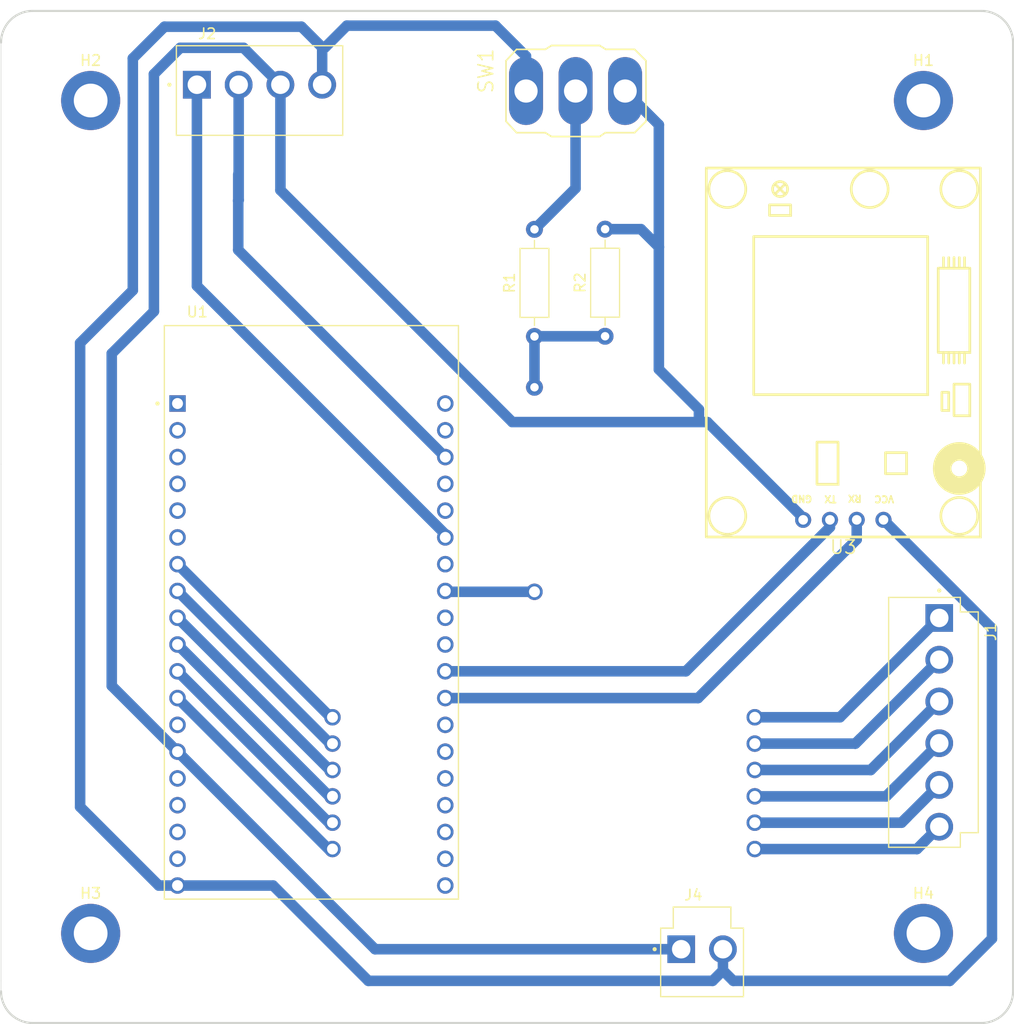
<source format=kicad_pcb>
(kicad_pcb (version 20240108) (generator "pcbnew") (generator_version "8.0")
  (layers (0 "F.Cu" signal) (31 "B.Cu" signal) (34 "B.Paste" user) (35 "F.Paste" user) (36 "B.SilkS" user "B.Silkscreen") (37 "F.SilkS" user "F.Silkscreen") (38 "B.Mask" user) (39 "F.Mask" user) (44 "Edge.Cuts" user))
  (net 0 "")
  (net 3 "PMW-B")
  (net 7 "enable")
  (net 12 "IN1-A")
  (net 14 "IN2-A")
  (net 17 "PMW-A")
  (net 18 "IN3-B")
  (net 19 "IN4-B")
  (net 22 "SDA")
  (net 26 "SCL")
  (net 29 "GPS-TX")
  (net 31 "GPS-RX")
  (net 33 "TX-HC_05")
  (net 35 "RX-HC_05")
  (net 36 "VCC")
  (net 37 "GND")
  (net 42 "Net-(R1-Pad2)")
  (net 43 "sinal_controle")
  (footprint "" (layer "F.Cu") (at 125.6 107.1)
    (property "Reference" "" (at 0 0 0) (layer "F.SilkS") (effects (font (size 1.27 1.27))))
    (property "Value" "")
    (pad "J3-8" thru_hole circle (at 0 0) (size 1.56 1.56) (drill 1.04) (layers "*.Cu" "*.Mask") (net 43 "sinal_controle"))
  )
  (footprint "MountingHole:MountingHole_3.2mm_M3_DIN965_Pad" (layer "F.Cu") (at 83.5 60.5)
    (property "Reference" "H2" (at 0 -3.8 0) (layer "F.SilkS"))
    (property "Value" "MountingHole_Pad")
    (pad "1" thru_hole circle (at 0 0) (size 5.6 5.6) (drill 3.2) (layers "*.Cu" "*.Mask"))
  )
  (footprint "" (layer "F.Cu") (at 146.5 126.5)
    (property "Reference" "" (at 0 0 0) (layer "F.SilkS") (effects (font (size 1.27 1.27))))
    (property "Value" "")
    (pad "J2-10" thru_hole circle (at 0 0) (size 1.56 1.56) (drill 1.04) (layers "*.Cu" "*.Mask") (net 14 "IN2-A"))
  )
  (footprint "" (layer "F.Cu") (at 106.44 126.5)
    (property "Reference" "" (at 0 0 0) (layer "F.SilkS") (effects (font (size 1.27 1.27))))
    (property "Value" "")
    (pad "J2-10" thru_hole circle (at 0 0) (size 1.56 1.56) (drill 1.04) (layers "*.Cu" "*.Mask") (net 14 "IN2-A"))
  )
  (footprint "" (layer "F.Cu") (at 146.5 121.5)
    (property "Reference" "" (at 0 0 0) (layer "F.SilkS") (effects (font (size 1.27 1.27))))
    (property "Value" "")
    (pad "J2-8" thru_hole circle (at 0 0) (size 1.56 1.56) (drill 1.04) (layers "*.Cu" "*.Mask") (net 3 "PMW-B"))
  )
  (footprint "MountingHole:MountingHole_3.2mm_M3_DIN965_Pad" (layer "F.Cu") (at 162.5 60.5)
    (property "Reference" "H1" (at 0 -3.8 0) (layer "F.SilkS"))
    (property "Value" "MountingHole_Pad")
    (pad "1" thru_hole circle (at 0 0) (size 5.6 5.6) (drill 3.2) (layers "*.Cu" "*.Mask"))
  )
  (footprint "" (layer "F.Cu") (at 106.44 131.5)
    (property "Reference" "" (at 0 0 0) (layer "F.SilkS") (effects (font (size 1.27 1.27))))
    (property "Value" "")
    (pad "J2-12" thru_hole circle (at 0 0) (size 1.56 1.56) (drill 1.04) (layers "*.Cu" "*.Mask") (net 19 "IN4-B"))
  )
  (footprint "MountingHole:MountingHole_3.2mm_M3_DIN965_Pad" (layer "F.Cu") (at 162.5 139.5)
    (property "Reference" "H4" (at 0 -3.8 0) (layer "F.SilkS"))
    (property "Value" "MountingHole_Pad")
    (pad "1" thru_hole circle (at 0 0) (size 5.6 5.6) (drill 3.2) (layers "*.Cu" "*.Mask"))
  )
  (footprint "importados:MODULE_ESP32-DEVKITC-32D" (layer "F.Cu") (at 104.44 109)
    (property "Reference" "U1" (at -10.829175 -28.446045 0) (layer "F.SilkS") (effects (font (size 1.000386 1.000386))))
    (property "Value" "ESP32-DEVKITC-32D")
    (fp_line (start -13.95 -27.15) (end 13.95 -27.15) (stroke (width 0.127)) (layer "F.SilkS"))
    (fp_line (start -13.95 27.25) (end -13.95 -27.15) (stroke (width 0.127)) (layer "F.SilkS"))
    (fp_line (start 13.95 -27.15) (end 13.95 27.25) (stroke (width 0.127)) (layer "F.SilkS"))
    (fp_line (start 13.95 27.25) (end -13.95 27.25) (stroke (width 0.127)) (layer "F.SilkS"))
    (fp_circle (center -14.6 -19.76) (end -14.5 -19.76) (stroke (width 0.2)) (fill none) (layer "F.SilkS"))
    (pad "J2-1" thru_hole rect (at -12.7 -19.76) (size 1.56 1.56) (drill 1.04) (layers "*.Cu" "*.Mask"))
    (pad "J2-2" thru_hole circle (at -12.7 -17.22) (size 1.56 1.56) (drill 1.04) (layers "*.Cu" "*.Mask"))
    (pad "J2-3" thru_hole circle (at -12.7 -14.68) (size 1.56 1.56) (drill 1.04) (layers "*.Cu" "*.Mask"))
    (pad "J2-4" thru_hole circle (at -12.7 -12.14) (size 1.56 1.56) (drill 1.04) (layers "*.Cu" "*.Mask"))
    (pad "J2-5" thru_hole circle (at -12.7 -9.6) (size 1.56 1.56) (drill 1.04) (layers "*.Cu" "*.Mask"))
    (pad "J2-6" thru_hole circle (at -12.7 -7.06) (size 1.56 1.56) (drill 1.04) (layers "*.Cu" "*.Mask"))
    (pad "J2-7" thru_hole circle (at -12.7 -4.52) (size 1.56 1.56) (drill 1.04) (layers "*.Cu" "*.Mask") (net 17 "PMW-A"))
    (pad "J2-8" thru_hole circle (at -12.7 -1.98) (size 1.56 1.56) (drill 1.04) (layers "*.Cu" "*.Mask") (net 3 "PMW-B"))
    (pad "J2-9" thru_hole circle (at -12.7 0.56) (size 1.56 1.56) (drill 1.04) (layers "*.Cu" "*.Mask") (net 12 "IN1-A"))
    (pad "J2-10" thru_hole circle (at -12.7 3.1) (size 1.56 1.56) (drill 1.04) (layers "*.Cu" "*.Mask") (net 14 "IN2-A"))
    (pad "J2-11" thru_hole circle (at -12.7 5.64) (size 1.56 1.56) (drill 1.04) (layers "*.Cu" "*.Mask") (net 18 "IN3-B"))
    (pad "J2-12" thru_hole circle (at -12.7 8.18) (size 1.56 1.56) (drill 1.04) (layers "*.Cu" "*.Mask") (net 19 "IN4-B"))
    (pad "J2-13" thru_hole circle (at -12.7 10.72) (size 1.56 1.56) (drill 1.04) (layers "*.Cu" "*.Mask"))
    (pad "J2-14" thru_hole circle (at -12.7 13.26) (size 1.56 1.56) (drill 1.04) (layers "*.Cu" "*.Mask") (net 37 "GND"))
    (pad "J2-15" thru_hole circle (at -12.7 15.8) (size 1.56 1.56) (drill 1.04) (layers "*.Cu" "*.Mask"))
    (pad "J2-16" thru_hole circle (at -12.7 18.34) (size 1.56 1.56) (drill 1.04) (layers "*.Cu" "*.Mask"))
    (pad "J2-17" thru_hole circle (at -12.7 20.88) (size 1.56 1.56) (drill 1.04) (layers "*.Cu" "*.Mask"))
    (pad "J2-18" thru_hole circle (at -12.7 23.42) (size 1.56 1.56) (drill 1.04) (layers "*.Cu" "*.Mask"))
    (pad "J2-19" thru_hole circle (at -12.7 25.96) (size 1.56 1.56) (drill 1.04) (layers "*.Cu" "*.Mask") (net 36 "VCC"))
    (pad "J3-1" thru_hole circle (at 12.7 -19.76) (size 1.56 1.56) (drill 1.04) (layers "*.Cu" "*.Mask"))
    (pad "J3-2" thru_hole circle (at 12.7 -17.22) (size 1.56 1.56) (drill 1.04) (layers "*.Cu" "*.Mask") (net 7 "enable"))
    (pad "J3-3" thru_hole circle (at 12.7 -14.68) (size 1.56 1.56) (drill 1.04) (layers "*.Cu" "*.Mask") (net 26 "SCL"))
    (pad "J3-4" thru_hole circle (at 12.7 -12.14) (size 1.56 1.56) (drill 1.04) (layers "*.Cu" "*.Mask") (net 35 "RX-HC_05"))
    (pad "J3-5" thru_hole circle (at 12.7 -9.6) (size 1.56 1.56) (drill 1.04) (layers "*.Cu" "*.Mask") (net 33 "TX-HC_05"))
    (pad "J3-6" thru_hole circle (at 12.7 -7.06) (size 1.56 1.56) (drill 1.04) (layers "*.Cu" "*.Mask") (net 22 "SDA"))
    (pad "J3-7" thru_hole circle (at 12.7 -4.52) (size 1.56 1.56) (drill 1.04) (layers "*.Cu" "*.Mask"))
    (pad "J3-8" thru_hole circle (at 12.7 -1.98) (size 1.56 1.56) (drill 1.04) (layers "*.Cu" "*.Mask") (net 43 "sinal_controle"))
    (pad "J3-9" thru_hole circle (at 12.7 0.56) (size 1.56 1.56) (drill 1.04) (layers "*.Cu" "*.Mask"))
    (pad "J3-10" thru_hole circle (at 12.7 3.1) (size 1.56 1.56) (drill 1.04) (layers "*.Cu" "*.Mask"))
    (pad "J3-11" thru_hole circle (at 12.7 5.64) (size 1.56 1.56) (drill 1.04) (layers "*.Cu" "*.Mask") (net 31 "GPS-RX"))
    (pad "J3-12" thru_hole circle (at 12.7 8.18) (size 1.56 1.56) (drill 1.04) (layers "*.Cu" "*.Mask") (net 29 "GPS-TX"))
    (pad "J3-13" thru_hole circle (at 12.7 10.72) (size 1.56 1.56) (drill 1.04) (layers "*.Cu" "*.Mask"))
    (pad "J3-14" thru_hole circle (at 12.7 13.26) (size 1.56 1.56) (drill 1.04) (layers "*.Cu" "*.Mask"))
    (pad "J3-15" thru_hole circle (at 12.7 15.8) (size 1.56 1.56) (drill 1.04) (layers "*.Cu" "*.Mask"))
    (pad "J3-16" thru_hole circle (at 12.7 18.34) (size 1.56 1.56) (drill 1.04) (layers "*.Cu" "*.Mask"))
    (pad "J3-17" thru_hole circle (at 12.7 20.88) (size 1.56 1.56) (drill 1.04) (layers "*.Cu" "*.Mask"))
    (pad "J3-18" thru_hole circle (at 12.7 23.42) (size 1.56 1.56) (drill 1.04) (layers "*.Cu" "*.Mask"))
    (pad "J3-19" thru_hole circle (at 12.7 25.96) (size 1.56 1.56) (drill 1.04) (layers "*.Cu" "*.Mask"))
  )
  (footprint "importados:JST_B6P-VH_LF__SN_" (layer "F.Cu") (at 164 119.48 -90)
    (property "Reference" "J1" (at -8.575 -4.885 90) (layer "F.SilkS"))
    (property "Value" "PONTE-H")
    (fp_line (start -11.85 4.8) (end -11.85 -2) (stroke (width 0.127)) (layer "F.SilkS"))
    (fp_line (start 11.85 4.8) (end -11.85 4.8) (stroke (width 0.127)) (layer "F.SilkS"))
    (fp_line (start -11.85 -2) (end -10.47 -2) (stroke (width 0.127)) (layer "F.SilkS"))
    (fp_line (start -10.47 -2) (end -10.47 -3.7) (stroke (width 0.127)) (layer "F.SilkS"))
    (fp_line (start 10.47 -2) (end 11.85 -2) (stroke (width 0.127)) (layer "F.SilkS"))
    (fp_line (start 11.85 -2) (end 11.85 4.8) (stroke (width 0.127)) (layer "F.SilkS"))
    (fp_line (start -10.47 -3.7) (end 10.47 -3.7) (stroke (width 0.127)) (layer "F.SilkS"))
    (fp_line (start 10.47 -3.7) (end 10.47 -2) (stroke (width 0.127)) (layer "F.SilkS"))
    (fp_circle (center -12.5 0) (end -12.4 0) (stroke (width 0.2)) (fill none) (layer "F.SilkS"))
    (pad "1" thru_hole rect (at -9.9 0 270) (size 2.625 2.625) (drill 1.75) (layers "*.Cu" "*.Mask") (net 17 "PMW-A"))
    (pad "2" thru_hole circle (at -5.94 0 270) (size 2.625 2.625) (drill 1.75) (layers "*.Cu" "*.Mask") (net 3 "PMW-B"))
    (pad "3" thru_hole circle (at -1.98 0 270) (size 2.625 2.625) (drill 1.75) (layers "*.Cu" "*.Mask") (net 12 "IN1-A"))
    (pad "4" thru_hole circle (at 1.98 0 270) (size 2.625 2.625) (drill 1.75) (layers "*.Cu" "*.Mask") (net 14 "IN2-A"))
    (pad "5" thru_hole circle (at 5.94 0 270) (size 2.625 2.625) (drill 1.75) (layers "*.Cu" "*.Mask") (net 18 "IN3-B"))
    (pad "6" thru_hole circle (at 9.9 0 270) (size 2.625 2.625) (drill 1.75) (layers "*.Cu" "*.Mask") (net 19 "IN4-B"))
  )
  (footprint "" (layer "F.Cu") (at 146.5 129)
    (property "Reference" "" (at 0 0 0) (layer "F.SilkS") (effects (font (size 1.27 1.27))))
    (property "Value" "")
    (pad "J2-11" thru_hole circle (at 0 0) (size 1.56 1.56) (drill 1.04) (layers "*.Cu" "*.Mask") (net 18 "IN3-B"))
  )
  (footprint "" (layer "F.Cu") (at 106.44 121.5)
    (property "Reference" "" (at 0 0 0) (layer "F.SilkS") (effects (font (size 1.27 1.27))))
    (property "Value" "")
    (pad "J2-8" thru_hole circle (at 0 0) (size 1.56 1.56) (drill 1.04) (layers "*.Cu" "*.Mask") (net 3 "PMW-B"))
  )
  (footprint "Resistor_THT:R_Axial_DIN0207_L6.3mm_D2.5mm_P10.16mm_Horizontal" (layer "F.Cu") (at 132.3 82.86 90)
    (property "Reference" "R2" (at 5.08 -2.37 90) (layer "F.SilkS"))
    (property "Value" "3.3k")
    (fp_line (start 8.35 -1.37) (end 1.81 -1.37) (stroke (width 0.12)) (layer "F.SilkS"))
    (fp_line (start 1.81 -1.37) (end 1.81 1.37) (stroke (width 0.12)) (layer "F.SilkS"))
    (fp_line (start 9.12 0) (end 8.35 0) (stroke (width 0.12)) (layer "F.SilkS"))
    (fp_line (start 1.04 0) (end 1.81 0) (stroke (width 0.12)) (layer "F.SilkS"))
    (fp_line (start 8.35 1.37) (end 8.35 -1.37) (stroke (width 0.12)) (layer "F.SilkS"))
    (fp_line (start 1.81 1.37) (end 8.35 1.37) (stroke (width 0.12)) (layer "F.SilkS"))
    (pad "1" thru_hole circle (at 0 0 90) (size 1.6 1.6) (drill 0.8) (layers "*.Cu" "*.Mask") (net 43 "sinal_controle"))
    (pad "2" thru_hole oval (at 10.16 0 90) (size 1.6 1.6) (drill 0.8) (layers "*.Cu" "*.Mask") (net 37 "GND"))
  )
  (footprint "importados:NEO-6M-V2-GPSMODULE-FOOTPRINT" (layer "F.Cu") (at 154.9 84.4 180)
    (property "Reference" "U3" (at -0.00005 -18.4621 0) (layer "F.SilkS") (effects (font (size 1.27 1.27))))
    (property "Value" "~")
    (fp_line (start 6.5 15) (end 6.5 15) (stroke (width 0.254)) (layer "F.SilkS"))
    (fp_line (start 6.5 15) (end 5.5 16) (stroke (width 0.254)) (layer "F.SilkS"))
    (fp_line (start 5.5 15) (end 6.5 16) (stroke (width 0.254)) (layer "F.SilkS"))
    (fp_line (start 5.5 15) (end 5.5 15) (stroke (width 0.254)) (layer "F.SilkS"))
    (fp_line (start -9.5 8) (end -9.5 9) (stroke (width 0.254)) (layer "F.SilkS"))
    (fp_line (start -9.5 0) (end -9.5 -1) (stroke (width 0.254)) (layer "F.SilkS"))
    (fp_line (start -10 8) (end -10 9) (stroke (width 0.254)) (layer "F.SilkS"))
    (fp_line (start -10 0) (end -10 -1) (stroke (width 0.254)) (layer "F.SilkS"))
    (fp_line (start -10.5 8) (end -10.5 9) (stroke (width 0.254)) (layer "F.SilkS"))
    (fp_line (start -10.5 0) (end -10.5 -1) (stroke (width 0.254)) (layer "F.SilkS"))
    (fp_line (start -11 8) (end -11 9) (stroke (width 0.254)) (layer "F.SilkS"))
    (fp_line (start -11 0) (end -11 -1) (stroke (width 0.254)) (layer "F.SilkS"))
    (fp_line (start -11.5 8) (end -11.5 9) (stroke (width 0.254)) (layer "F.SilkS"))
    (fp_line (start -11.5 0) (end -11.5 -1) (stroke (width 0.254)) (layer "F.SilkS"))
    (fp_rect (start 5 13) (end 7 14) (stroke (width 0.254)) (fill none) (layer "F.SilkS"))
    (fp_rect (start 0.5001 -12.4998) (end 2.5001 -8.4998) (stroke (width 0.254)) (fill none) (layer "F.SilkS"))
    (fp_rect (start -6 -11.4999) (end -4 -9.4999) (stroke (width 0.254)) (fill none) (layer "F.SilkS"))
    (fp_rect (start -8 -4) (end 8.5001 11) (stroke (width 0.254)) (fill none) (layer "F.SilkS"))
    (fp_rect (start -10 -5.4999) (end -9.35 -3.775) (stroke (width 0.254)) (fill none) (layer "F.SilkS"))
    (fp_rect (start -12 0) (end -9 8) (stroke (width 0.254)) (fill none) (layer "F.SilkS"))
    (fp_rect (start -12 -6) (end -10.4999 -3) (stroke (width 0.254)) (fill none) (layer "F.SilkS"))
    (fp_rect (start -13 -17.5001) (end 12.9999 17.4998) (stroke (width 0.254)) (fill none) (layer "F.SilkS"))
    (fp_circle (center 11 15.5001) (end 12.7501 15.5001) (stroke (width 0.254)) (fill none) (layer "F.SilkS"))
    (fp_circle (center 11 -15.5001) (end 12.7501 -15.5001) (stroke (width 0.254)) (fill none) (layer "F.SilkS"))
    (fp_circle (center 6 15.5001) (end 6.7115 15.5001) (stroke (width 0.254)) (fill none) (layer "F.SilkS"))
    (fp_circle (center -2.4999 15.5001) (end -0.7498 15.5001) (stroke (width 0.254)) (fill none) (layer "F.SilkS"))
    (fp_circle (center -11 15.5001) (end -9.2499 15.5001) (stroke (width 0.254)) (fill none) (layer "F.SilkS"))
    (fp_circle (center -11 -11) (end -9.2499 -11) (stroke (width 0.254)) (fill none) (layer "F.SilkS"))
    (fp_circle (center -11 -11) (end -9.4999 -11) (stroke (width 0.26)) (fill none) (layer "F.SilkS"))
    (fp_circle (center -11 -11) (end -9.7 -11) (stroke (width 0.254)) (fill none) (layer "F.SilkS"))
    (fp_circle (center -11 -11) (end -9.8999 -11) (stroke (width 0.254)) (fill none) (layer "F.SilkS"))
    (fp_circle (center -11 -11) (end -10.2499 -11) (stroke (width 1.75)) (fill none) (layer "F.SilkS"))
    (fp_circle (center -11 -15.5001) (end -9.2499 -15.5001) (stroke (width 0.254)) (fill none) (layer "F.SilkS"))
    (fp_text user "TX" (at 0.5751 -14.2651 180) (layer "F.SilkS") (effects (font (size 0.64 0.64) (thickness 0.2032)) (justify left top)))
    (fp_text user "GND" (at 2.876 -14.2445 180) (layer "F.SilkS") (effects (font (size 0.64 0.64) (thickness 0.2032)) (justify left top)))
    (fp_text user "VCC" (at -4.8989 -14.2696 180) (layer "F.SilkS") (effects (font (size 0.64 0.64) (thickness 0.2032)) (justify left top)))
    (fp_text user "RX" (at -1.825 -14.215 180) (layer "F.SilkS") (effects (font (size 0.64 0.64) (thickness 0.2032)) (justify left top)))
    (pad "1" thru_hole oval (at -3.81 -15.875 180) (size 1.524 1.524) (drill 0.9144) (layers "*.Cu" "*.Mask") (net 36 "VCC"))
    (pad "2" thru_hole oval (at -1.27 -15.875 180) (size 1.524 1.524) (drill 0.9144) (layers "*.Cu" "*.Mask") (net 29 "GPS-TX"))
    (pad "3" thru_hole oval (at 1.27 -15.875 180) (size 1.524 1.524) (drill 0.9144) (layers "*.Cu" "*.Mask") (net 31 "GPS-RX"))
    (pad "4" thru_hole oval (at 3.81 -15.875 180) (size 1.524 1.524) (drill 0.9144) (layers "*.Cu" "*.Mask") (net 37 "GND"))
    (zone (net 0) (net_name "") (layer "F.SilkS") (priority 100) (connect_pads yes (clearance 0)) (min_thickness 0) (fill yes (thermal_gap 0.5) (thermal_bridge_width 0.5))
      (polygon (pts (xy 147.4 73.4) (xy 147.4 71.9) (xy 146.4 71.9) (xy 146.4 73.4)))
    )
    (zone (net 0) (net_name "") (layer "F.SilkS") (priority 100) (connect_pads yes (clearance 0)) (min_thickness 0) (fill yes (thermal_gap 0.5) (thermal_bridge_width 0.5))
      (polygon (pts (xy 147.4119 90.0147) (xy 147.4119 88.5147) (xy 146.4119 88.5147) (xy 146.4119 90.0147)))
    )
    (zone (net 0) (net_name "") (layer "F.SilkS") (priority 100) (connect_pads yes (clearance 0)) (min_thickness 0) (fill yes (thermal_gap 0.5) (thermal_bridge_width 0.5))
      (polygon (pts (xy 148.9 73.4) (xy 148.9 71.9) (xy 147.9 71.9) (xy 147.9 73.4)))
    )
    (zone (net 0) (net_name "") (layer "F.SilkS") (priority 100) (connect_pads yes (clearance 0)) (min_thickness 0) (fill yes (thermal_gap 0.5) (thermal_bridge_width 0.5))
      (polygon (pts (xy 148.9119 90.0147) (xy 148.9119 88.5147) (xy 147.9119 88.5147) (xy 147.9119 90.0147)))
    )
    (zone (net 0) (net_name "") (layer "F.SilkS") (priority 100) (connect_pads yes (clearance 0)) (min_thickness 0) (fill yes (thermal_gap 0.5) (thermal_bridge_width 0.5))
      (polygon (pts (xy 149.4 71.4) (xy 149.4 70.4) (xy 148.4 70.4) (xy 148.4 71.4)))
    )
    (zone (net 0) (net_name "") (layer "F.SilkS") (priority 100) (connect_pads yes (clearance 0)) (min_thickness 0) (fill yes (thermal_gap 0.5) (thermal_bridge_width 0.5))
      (polygon (pts (xy 150.4 73.4) (xy 150.4 71.9) (xy 149.4 71.9) (xy 149.4 73.4)))
    )
    (zone (net 0) (net_name "") (layer "F.SilkS") (priority 100) (connect_pads yes (clearance 0)) (min_thickness 0) (fill yes (thermal_gap 0.5) (thermal_bridge_width 0.5))
      (polygon (pts (xy 150.4119 90.0147) (xy 150.4119 88.5147) (xy 149.4119 88.5147) (xy 149.4119 90.0147)))
    )
    (zone (net 0) (net_name "") (layer "F.SilkS") (priority 100) (connect_pads yes (clearance 0)) (min_thickness 0) (fill yes (thermal_gap 0.5) (thermal_bridge_width 0.5))
      (polygon (pts (xy 152.4 93.9) (xy 150.4 93.9) (xy 150.4 92.9) (xy 152.4 92.9)))
    )
    (zone (net 0) (net_name "") (layer "F.SilkS") (priority 100) (connect_pads yes (clearance 0)) (min_thickness 0) (fill yes (thermal_gap 0.5) (thermal_bridge_width 0.5))
      (polygon (pts (xy 152.4 95.4) (xy 150.4 95.4) (xy 150.4 94.4) (xy 152.4 94.4)))
    )
    (zone (net 0) (net_name "") (layer "F.SilkS") (priority 100) (connect_pads yes (clearance 0)) (min_thickness 0) (fill yes (thermal_gap 0.5) (thermal_bridge_width 0.5))
      (polygon (pts (xy 152.4 96.8999) (xy 150.4 96.8999) (xy 150.4 95.9) (xy 152.4 95.9)))
    )
    (zone (net 0) (net_name "") (layer "F.SilkS") (priority 100) (connect_pads yes (clearance 0)) (min_thickness 0) (fill yes (thermal_gap 0.5) (thermal_bridge_width 0.5))
      (polygon (pts (xy 154.9 73.4) (xy 154.9 71.9) (xy 153.9 71.9) (xy 153.9 73.4)))
    )
    (zone (net 0) (net_name "") (layer "F.SilkS") (priority 100) (connect_pads yes (clearance 0)) (min_thickness 0) (fill yes (thermal_gap 0.5) (thermal_bridge_width 0.5))
      (polygon (pts (xy 154.9119 90.0147) (xy 154.9119 88.5147) (xy 153.9119 88.5147) (xy 153.9119 90.0147)))
    )
    (zone (net 0) (net_name "") (layer "F.SilkS") (priority 100) (connect_pads yes (clearance 0)) (min_thickness 0) (fill yes (thermal_gap 0.5) (thermal_bridge_width 0.5))
      (polygon (pts (xy 156.4 73.4) (xy 156.4 71.9) (xy 155.4 71.9) (xy 155.4 73.4)))
    )
    (zone (net 0) (net_name "") (layer "F.SilkS") (priority 100) (connect_pads yes (clearance 0)) (min_thickness 0) (fill yes (thermal_gap 0.5) (thermal_bridge_width 0.5))
      (polygon (pts (xy 156.4 93.9) (xy 154.4 93.9) (xy 154.4 92.9) (xy 156.4 92.9)))
    )
    (zone (net 0) (net_name "") (layer "F.SilkS") (priority 100) (connect_pads yes (clearance 0)) (min_thickness 0) (fill yes (thermal_gap 0.5) (thermal_bridge_width 0.5))
      (polygon (pts (xy 156.4 96.8999) (xy 154.4 96.8999) (xy 154.4 95.9) (xy 156.4 95.9)))
    )
    (zone (net 0) (net_name "") (layer "F.SilkS") (priority 100) (connect_pads yes (clearance 0)) (min_thickness 0) (fill yes (thermal_gap 0.5) (thermal_bridge_width 0.5))
      (polygon (pts (xy 156.4119 90.0147) (xy 156.4119 88.5147) (xy 155.4119 88.5147) (xy 155.4119 90.0147)))
    )
    (zone (net 0) (net_name "") (layer "F.SilkS") (priority 100) (connect_pads yes (clearance 0)) (min_thickness 0) (fill yes (thermal_gap 0.5) (thermal_bridge_width 0.5))
      (polygon (pts (xy 157.9 73.4) (xy 157.9 71.9) (xy 156.9 71.9) (xy 156.9 73.4)))
    )
    (zone (net 0) (net_name "") (layer "F.SilkS") (priority 100) (connect_pads yes (clearance 0)) (min_thickness 0) (fill yes (thermal_gap 0.5) (thermal_bridge_width 0.5))
      (polygon (pts (xy 157.9119 90.0147) (xy 157.9119 88.5147) (xy 156.9119 88.5147) (xy 156.9119 90.0147)))
    )
    (zone (net 0) (net_name "") (layer "F.SilkS") (priority 100) (connect_pads yes (clearance 0)) (min_thickness 0) (fill yes (thermal_gap 0.5) (thermal_bridge_width 0.5))
      (polygon (pts (xy 158.9 93.9) (xy 158.9 94.4) (xy 157.9 94.4) (xy 157.9 93.9)))
    )
    (zone (net 0) (net_name "") (layer "F.SilkS") (priority 100) (connect_pads yes (clearance 0)) (min_thickness 0) (fill yes (thermal_gap 0.5) (thermal_bridge_width 0.5))
      (polygon (pts (xy 158.9 95.9) (xy 157.9 95.9) (xy 157.9 95.4) (xy 158.9 95.4)))
    )
    (zone (net 0) (net_name "") (layer "F.SilkS") (priority 100) (connect_pads yes (clearance 0)) (min_thickness 0) (fill yes (thermal_gap 0.5) (thermal_bridge_width 0.5))
      (polygon (pts (xy 159.4 73.4) (xy 159.4 71.9) (xy 158.4 71.9) (xy 158.4 73.4)))
    )
    (zone (net 0) (net_name "") (layer "F.SilkS") (priority 100) (connect_pads yes (clearance 0)) (min_thickness 0) (fill yes (thermal_gap 0.5) (thermal_bridge_width 0.5))
      (polygon (pts (xy 159.4119 90.0147) (xy 159.4119 88.5147) (xy 158.4119 88.5147) (xy 158.4119 90.0147)))
    )
    (zone (net 0) (net_name "") (layer "F.SilkS") (priority 100) (connect_pads yes (clearance 0)) (min_thickness 0) (fill yes (thermal_gap 0.5) (thermal_bridge_width 0.5))
      (polygon (pts (xy 160.9 73.4) (xy 160.9 71.9) (xy 159.9 71.9) (xy 159.9 73.4)))
    )
    (zone (net 0) (net_name "") (layer "F.SilkS") (priority 100) (connect_pads yes (clearance 0)) (min_thickness 0) (fill yes (thermal_gap 0.5) (thermal_bridge_width 0.5))
      (polygon (pts (xy 160.9 95.4) (xy 161.9 95.4) (xy 161.9 94.4) (xy 160.9 94.4)))
    )
    (zone (net 0) (net_name "") (layer "F.SilkS") (priority 100) (connect_pads yes (clearance 0)) (min_thickness 0) (fill yes (thermal_gap 0.5) (thermal_bridge_width 0.5))
      (polygon (pts (xy 160.9119 90.0147) (xy 160.9119 88.5147) (xy 159.9119 88.5147) (xy 159.9119 90.0147)))
    )
    (zone (net 0) (net_name "") (layer "F.SilkS") (priority 100) (connect_pads yes (clearance 0)) (min_thickness 0) (fill yes (thermal_gap 0.5) (thermal_bridge_width 0.5))
      (polygon (pts (xy 162.4 73.4) (xy 162.4 71.9) (xy 161.4 71.9) (xy 161.4 73.4)))
    )
    (zone (net 0) (net_name "") (layer "F.SilkS") (priority 100) (connect_pads yes (clearance 0)) (min_thickness 0) (fill yes (thermal_gap 0.5) (thermal_bridge_width 0.5))
      (polygon (pts (xy 162.4119 90.0147) (xy 162.4119 88.5147) (xy 161.412 88.5147) (xy 161.412 90.0147)))
    )
  )
  (footprint "" (layer "F.Cu") (at 146.5 124)
    (property "Reference" "" (at 0 0 0) (layer "F.SilkS") (effects (font (size 1.27 1.27))))
    (property "Value" "")
    (pad "J2-9" thru_hole circle (at 0 0) (size 1.56 1.56) (drill 1.04) (layers "*.Cu" "*.Mask") (net 12 "IN1-A"))
  )
  (footprint "" (layer "F.Cu") (at 106.44 119)
    (property "Reference" "" (at 0 0 0) (layer "F.SilkS") (effects (font (size 1.27 1.27))))
    (property "Value" "")
    (pad "J2-7" thru_hole circle (at 0 0) (size 1.56 1.56) (drill 1.04) (layers "*.Cu" "*.Mask") (net 17 "PMW-A"))
  )
  (footprint "" (layer "F.Cu") (at 125.6 87.7)
    (property "Reference" "" (at 0 0 0) (layer "F.SilkS") (effects (font (size 1.27 1.27))))
    (property "Value" "")
    (pad "1" thru_hole circle (at 0 0 90) (size 1.6 1.6) (drill 0.8) (layers "*.Cu" "*.Mask") (net 43 "sinal_controle"))
  )
  (footprint "Resistor_THT:R_Axial_DIN0207_L6.3mm_D2.5mm_P10.16mm_Horizontal" (layer "F.Cu") (at 125.6 82.88 90)
    (property "Reference" "R1" (at 5.08 -2.37 90) (layer "F.SilkS"))
    (property "Value" "1.8k")
    (fp_line (start 8.35 -1.37) (end 1.81 -1.37) (stroke (width 0.12)) (layer "F.SilkS"))
    (fp_line (start 1.81 -1.37) (end 1.81 1.37) (stroke (width 0.12)) (layer "F.SilkS"))
    (fp_line (start 9.12 0) (end 8.35 0) (stroke (width 0.12)) (layer "F.SilkS"))
    (fp_line (start 1.04 0) (end 1.81 0) (stroke (width 0.12)) (layer "F.SilkS"))
    (fp_line (start 8.35 1.37) (end 8.35 -1.37) (stroke (width 0.12)) (layer "F.SilkS"))
    (fp_line (start 1.81 1.37) (end 8.35 1.37) (stroke (width 0.12)) (layer "F.SilkS"))
    (pad "1" thru_hole circle (at 0 0 90) (size 1.6 1.6) (drill 0.8) (layers "*.Cu" "*.Mask") (net 43 "sinal_controle"))
    (pad "2" thru_hole oval (at 10.16 0 90) (size 1.6 1.6) (drill 0.8) (layers "*.Cu" "*.Mask") (net 42 "Net-(R1-Pad2)"))
  )
  (footprint "" (layer "F.Cu") (at 146.5 119)
    (property "Reference" "" (at 0 0 0) (layer "F.SilkS") (effects (font (size 1.27 1.27))))
    (property "Value" "")
    (pad "J2-7" thru_hole circle (at 0 0) (size 1.56 1.56) (drill 1.04) (layers "*.Cu" "*.Mask") (net 17 "PMW-A"))
  )
  (footprint "MountingHole:MountingHole_3.2mm_M3_DIN965_Pad" (layer "F.Cu") (at 83.5 139.5)
    (property "Reference" "H3" (at 0 -3.8 0) (layer "F.SilkS"))
    (property "Value" "MountingHole_Pad")
    (pad "1" thru_hole circle (at 0 0) (size 5.6 5.6) (drill 3.2) (layers "*.Cu" "*.Mask"))
  )
  (footprint "importados:JST_B2P-VH_LF__SN_" (layer "F.Cu") (at 141.5 141)
    (property "Reference" "J4" (at -0.825 -5.135 0) (layer "F.SilkS"))
    (property "Value" "ALIMENTAÇÃO")
    (fp_line (start -3.93 -2) (end -3.93 4.5) (stroke (width 0.127)) (layer "F.SilkS"))
    (fp_line (start -3.93 4.5) (end 3.93 4.5) (stroke (width 0.127)) (layer "F.SilkS"))
    (fp_line (start -2.73 -4) (end -2.73 -2) (stroke (width 0.127)) (layer "F.SilkS"))
    (fp_line (start -2.73 -2) (end -3.93 -2) (stroke (width 0.127)) (layer "F.SilkS"))
    (fp_line (start 2.73 -4) (end -2.73 -4) (stroke (width 0.127)) (layer "F.SilkS"))
    (fp_line (start 2.73 -2) (end 2.73 -4) (stroke (width 0.127)) (layer "F.SilkS"))
    (fp_line (start 3.93 -2) (end 2.73 -2) (stroke (width 0.127)) (layer "F.SilkS"))
    (fp_line (start 3.93 4.5) (end 3.93 -2) (stroke (width 0.127)) (layer "F.SilkS"))
    (fp_circle (center -4.5 0) (end -4.4 0) (stroke (width 0.2)) (fill none) (layer "F.SilkS"))
    (pad "1" thru_hole rect (at -1.98 0) (size 2.625 2.625) (drill 1.75) (layers "*.Cu" "*.Mask") (net 37 "GND"))
    (pad "2" thru_hole circle (at 1.98 0) (size 2.625 2.625) (drill 1.75) (layers "*.Cu" "*.Mask") (net 36 "VCC"))
  )
  (footprint "" (layer "F.Cu") (at 106.44 124)
    (property "Reference" "" (at 0 0 0) (layer "F.SilkS") (effects (font (size 1.27 1.27))))
    (property "Value" "")
    (pad "J2-9" thru_hole circle (at 0 0) (size 1.56 1.56) (drill 1.04) (layers "*.Cu" "*.Mask") (net 12 "IN1-A"))
  )
  (footprint "" (layer "F.Cu") (at 146.5 131.5)
    (property "Reference" "" (at 0 0 0) (layer "F.SilkS") (effects (font (size 1.27 1.27))))
    (property "Value" "")
    (pad "J2-12" thru_hole circle (at 0 0) (size 1.56 1.56) (drill 1.04) (layers "*.Cu" "*.Mask") (net 19 "IN4-B"))
  )
  (footprint "importados:MTS-102" (layer "F.Cu") (at 129.5 59.6 90)
    (property "Reference" "SW1" (at 1.905 -8.509 90) (layer "F.SilkS") (effects (font (size 1.4 1.4))))
    (property "Value" "MTS-102")
    (fp_line (start -2.8702 -6.6) (end 2.8702 -6.6) (stroke (width 0.1524)) (layer "F.SilkS"))
    (fp_line (start -2.8702 -6.6) (end -3.95 -5.6) (stroke (width 0.1524)) (layer "F.SilkS"))
    (fp_line (start 3.95 -5.6) (end 2.8702 -6.6) (stroke (width 0.1524)) (layer "F.SilkS"))
    (fp_line (start 3.95 -5.6) (end 3.95 -2.8702) (stroke (width 0.1524)) (layer "F.SilkS"))
    (fp_line (start -3.95 -2.8702) (end -3.95 -5.6) (stroke (width 0.1524)) (layer "F.SilkS"))
    (fp_line (start 4.318 -2.286) (end 3.95 -2.8702) (stroke (width 0.1524)) (layer "F.SilkS"))
    (fp_line (start 4.318 -2.286) (end 4.318 2.286) (stroke (width 0.1524)) (layer "F.SilkS"))
    (fp_line (start -4.318 -2.286) (end -3.95 -2.8702) (stroke (width 0.1524)) (layer "F.SilkS"))
    (fp_line (start -4.318 -2.286) (end -4.318 2.286) (stroke (width 0.1524)) (layer "F.SilkS"))
    (fp_line (start 4.318 2.286) (end 3.95 2.8702) (stroke (width 0.1524)) (layer "F.SilkS"))
    (fp_line (start -4.318 2.286) (end -3.95 2.8194) (stroke (width 0.1524)) (layer "F.SilkS"))
    (fp_line (start 3.95 5.6) (end 3.95 2.8702) (stroke (width 0.1524)) (layer "F.SilkS"))
    (fp_line (start -3.95 5.6) (end -3.95 2.8194) (stroke (width 0.1524)) (layer "F.SilkS"))
    (fp_line (start -3.95 5.6) (end -2.8702 6.6802) (stroke (width 0.1524)) (layer "F.SilkS"))
    (fp_line (start 2.8702 6.6802) (end 3.95 5.6) (stroke (width 0.1524)) (layer "F.SilkS"))
    (fp_line (start 2.8702 6.6802) (end -2.8702 6.6802) (stroke (width 0.1524)) (layer "F.SilkS"))
    (pad "1" thru_hole oval (at 0 -4.7 90) (size 6.432 3.216) (drill 2.2) (layers "*.Cu" "*.Mask") (net 36 "VCC"))
    (pad "2" thru_hole oval (at 0 0 90) (size 6.432 3.216) (drill 2.2) (layers "*.Cu" "*.Mask") (net 42 "Net-(R1-Pad2)"))
    (pad "3" thru_hole oval (at 0 4.7 90) (size 6.432 3.216) (drill 2.2) (layers "*.Cu" "*.Mask") (net 37 "GND"))
  )
  (footprint "importados:JST_B4P-VH_LF__SN_" (layer "F.Cu") (at 99.52 59)
    (property "Reference" "J2" (at -4.965 -4.835 0) (layer "F.SilkS"))
    (property "Value" "HMC5883L")
    (fp_line (start -7.89 -3.7) (end 7.89 -3.7) (stroke (width 0.127)) (layer "F.SilkS"))
    (fp_line (start -7.89 4.8) (end -7.89 -3.7) (stroke (width 0.127)) (layer "F.SilkS"))
    (fp_line (start 7.89 -3.7) (end 7.89 4.8) (stroke (width 0.127)) (layer "F.SilkS"))
    (fp_line (start 7.89 4.8) (end -7.89 4.8) (stroke (width 0.127)) (layer "F.SilkS"))
    (fp_circle (center -8.55 0) (end -8.45 0) (stroke (width 0.2)) (fill none) (layer "F.SilkS"))
    (pad "1" thru_hole rect (at -5.94 0) (size 2.64 2.64) (drill 1.76) (layers "*.Cu" "*.Mask") (net 22 "SDA"))
    (pad "2" thru_hole circle (at -1.98 0) (size 2.64 2.64) (drill 1.76) (layers "*.Cu" "*.Mask") (net 26 "SCL"))
    (pad "3" thru_hole circle (at 1.98 0) (size 2.64 2.64) (drill 1.76) (layers "*.Cu" "*.Mask") (net 37 "GND"))
    (pad "4" thru_hole circle (at 5.94 0) (size 2.64 2.64) (drill 1.76) (layers "*.Cu" "*.Mask") (net 36 "VCC"))
  )
  (footprint "" (layer "F.Cu") (at 106.44 129)
    (property "Reference" "" (at 0 0 0) (layer "F.SilkS") (effects (font (size 1.27 1.27))))
    (property "Value" "")
    (pad "J2-11" thru_hole circle (at 0 0) (size 1.56 1.56) (drill 1.04) (layers "*.Cu" "*.Mask") (net 18 "IN3-B"))
  )
  (gr_arc (start 78 148) (mid 75.87868 147.12132) (end 75 145) (stroke (width 0.2)) (layer "Edge.Cuts"))
  (gr_arc (start 168 52) (mid 170.12132 52.87868) (end 171 55) (stroke (width 0.2)) (layer "Edge.Cuts"))
  (gr_line (start 171 55) (end 171 145) (stroke (width 0.2)) (layer "Edge.Cuts"))
  (gr_arc (start 75 55) (mid 75.87868 52.87868) (end 78 52) (stroke (width 0.2)) (layer "Edge.Cuts"))
  (gr_line (start 75 55) (end 75 95) (stroke (width 0.05)) (layer "Edge.Cuts"))
  (gr_line (start 78 52) (end 168 52) (stroke (width 0.2)) (layer "Edge.Cuts"))
  (gr_line (start 75 144) (end 75 95) (stroke (width 0.05)) (layer "Edge.Cuts"))
  (gr_arc (start 171 145) (mid 170.12132 147.12132) (end 168 148) (stroke (width 0.2)) (layer "Edge.Cuts"))
  (gr_line (start 75 145) (end 75 144) (stroke (width 0.05)) (layer "Edge.Cuts"))
  (gr_line (start 168 148) (end 78 148) (stroke (width 0.2)) (layer "Edge.Cuts"))
  (segment (start 91.74 107.02) (end 106.22 121.5) (width 1) (layer "B.Cu") (net 3))
  (segment (start 156.04 121.5) (end 164 113.54) (width 1) (layer "B.Cu") (net 3))
  (segment (start 156.04 121.5) (end 156.52 121.02) (width 1) (layer "B.Cu") (net 3))
  (segment (start 146.5 121.5) (end 156.04 121.5) (width 1) (layer "B.Cu") (net 3))
  (segment (start 91.74 109.56) (end 106.18 124) (width 1) (layer "B.Cu") (net 12))
  (segment (start 146.5 124) (end 157.5 124) (width 1) (layer "B.Cu") (net 12))
  (segment (start 157.5 124) (end 158.5 123) (width 1) (layer "B.Cu") (net 12))
  (segment (start 157.5 124) (end 164 117.5) (width 1) (layer "B.Cu") (net 12))
  (segment (start 158.96 126.5) (end 164 121.46) (width 1) (layer "B.Cu") (net 14))
  (segment (start 146.5 126.5) (end 158.96 126.5) (width 1) (layer "B.Cu") (net 14))
  (segment (start 158.96 126.5) (end 159.98 125.48) (width 1) (layer "B.Cu") (net 14))
  (segment (start 91.74 112.1) (end 106.14 126.5) (width 1) (layer "B.Cu") (net 14))
  (segment (start 146.5 119) (end 154.58 119) (width 1) (layer "B.Cu") (net 17))
  (segment (start 91.74 104.48) (end 106.26 119) (width 1) (layer "B.Cu") (net 17))
  (segment (start 154.58 119) (end 164 109.58) (width 1) (layer "B.Cu") (net 17))
  (segment (start 160.42 129) (end 160.96 128.46) (width 1) (layer "B.Cu") (net 18))
  (segment (start 91.74 114.64) (end 106.1 129) (width 1) (layer "B.Cu") (net 18))
  (segment (start 146.5 129) (end 160.42 129) (width 1) (layer "B.Cu") (net 18))
  (segment (start 160.42 129) (end 164 125.42) (width 1) (layer "B.Cu") (net 18))
  (segment (start 146.5 131.5) (end 161.88 131.5) (width 1) (layer "B.Cu") (net 19))
  (segment (start 91.74 117.18) (end 106.06 131.5) (width 1) (layer "B.Cu") (net 19))
  (segment (start 161.88 131.5) (end 164 129.38) (width 1) (layer "B.Cu") (net 19))
  (segment (start 161.88 131.5) (end 162.69 130.69) (width 1) (layer "B.Cu") (net 19))
  (segment (start 117.14 101.64) (end 117.14 101.94) (width 1) (layer "B.Cu") (net 22))
  (segment (start 93.58 78.08) (end 117.14 101.64) (width 1) (layer "B.Cu") (net 22))
  (segment (start 93.58 59) (end 93.58 78.08) (width 1) (layer "B.Cu") (net 22))
  (segment (start 97.54 69.96) (end 97.5 70) (width 1) (layer "B.Cu") (net 26))
  (segment (start 97.54 59) (end 97.54 69.96) (width 1) (layer "B.Cu") (net 26))
  (segment (start 97.5 70) (end 97.5 67.5) (width 1) (layer "B.Cu") (net 26))
  (segment (start 97.5 70) (end 97.5 74.68) (width 1) (layer "B.Cu") (net 26))
  (segment (start 97.5 74.68) (end 117.14 94.32) (width 1) (layer "B.Cu") (net 26))
  (segment (start 117.14 117.18) (end 141.12 117.18) (width 1) (layer "B.Cu") (net 29))
  (segment (start 141.12 117.18) (end 156.17 102.13) (width 1) (layer "B.Cu") (net 29))
  (segment (start 156.17 102.13) (end 156.17 100.275) (width 1) (layer "B.Cu") (net 29))
  (segment (start 139.96 114.64) (end 153.63 100.97) (width 1) (layer "B.Cu") (net 31))
  (segment (start 117.14 114.64) (end 139.96 114.64) (width 1) (layer "B.Cu") (net 31))
  (segment (start 153.63 100.97) (end 153.63 100.275) (width 1) (layer "B.Cu") (net 31))
  (segment (start 87.5 56.5) (end 90.5 53.5) (width 1) (layer "B.Cu") (net 36))
  (segment (start 103.5 53.5) (end 105.46 55.46) (width 1) (layer "B.Cu") (net 36))
  (segment (start 87.5 78.5) (end 87.5 56.5) (width 1) (layer "B.Cu") (net 36))
  (segment (start 121.9 53.4) (end 124.8 56.3) (width 1) (layer "B.Cu") (net 36))
  (segment (start 107.8 53.4) (end 121.9 53.4) (width 1) (layer "B.Cu") (net 36))
  (segment (start 82.5 127.5) (end 82.5 83.5) (width 1) (layer "B.Cu") (net 36))
  (segment (start 143.48 143.02) (end 144.46 144) (width 1) (layer "B.Cu") (net 36))
  (segment (start 143.48 143.02) (end 142.5 144) (width 1) (layer "B.Cu") (net 36))
  (segment (start 105.46 55.46) (end 105.74 55.46) (width 1) (layer "B.Cu") (net 36))
  (segment (start 124.8 56.3) (end 124.8 59.6) (width 1) (layer "B.Cu") (net 36))
  (segment (start 165 144) (end 169 140) (width 1) (layer "B.Cu") (net 36))
  (segment (start 90.5 53.5) (end 103.5 53.5) (width 1) (layer "B.Cu") (net 36))
  (segment (start 169 140) (end 169 110.565) (width 1) (layer "B.Cu") (net 36))
  (segment (start 109.84 144) (end 100.8 134.96) (width 1) (layer "B.Cu") (net 36))
  (segment (start 169 110.565) (end 158.71 100.275) (width 1) (layer "B.Cu") (net 36))
  (segment (start 100.8 134.96) (end 89.96 134.96) (width 1) (layer "B.Cu") (net 36))
  (segment (start 142.5 144) (end 109.84 144) (width 1) (layer "B.Cu") (net 36))
  (segment (start 105.74 55.46) (end 107.8 53.4) (width 1) (layer "B.Cu") (net 36))
  (segment (start 105.46 55.46) (end 105.46 59) (width 1) (layer "B.Cu") (net 36))
  (segment (start 143.48 141) (end 143.48 143.02) (width 1) (layer "B.Cu") (net 36))
  (segment (start 89.96 134.96) (end 82.5 127.5) (width 1) (layer "B.Cu") (net 36))
  (segment (start 82.5 83.5) (end 87.5 78.5) (width 1) (layer "B.Cu") (net 36))
  (segment (start 144.46 144) (end 165 144) (width 1) (layer "B.Cu") (net 36))
  (segment (start 135.7 72.7) (end 137.4 74.4) (width 1) (layer "B.Cu") (net 37))
  (segment (start 89.5 58) (end 92 55.5) (width 1) (layer "B.Cu") (net 37))
  (segment (start 141.2 91) (end 142 91) (width 1) (layer "B.Cu") (net 37))
  (segment (start 92 55.5) (end 98 55.5) (width 1) (layer "B.Cu") (net 37))
  (segment (start 141.2 91) (end 141.2 89.8) (width 1) (layer "B.Cu") (net 37))
  (segment (start 85.5 84.5) (end 89.5 80.5) (width 1) (layer "B.Cu") (net 37))
  (segment (start 137.4 62.8) (end 134.2 59.6) (width 1) (layer "B.Cu") (net 37))
  (segment (start 132.3 72.7) (end 135.7 72.7) (width 1) (layer "B.Cu") (net 37))
  (segment (start 85.5 116.02) (end 85.5 84.5) (width 1) (layer "B.Cu") (net 37))
  (segment (start 89.5 80.5) (end 89.5 58) (width 1) (layer "B.Cu") (net 37))
  (segment (start 91.74 122.26) (end 85.5 116.02) (width 1) (layer "B.Cu") (net 37))
  (segment (start 101.5 69) (end 123.5 91) (width 1) (layer "B.Cu") (net 37))
  (segment (start 137.4 74.4) (end 137.4 62.8) (width 1) (layer "B.Cu") (net 37))
  (segment (start 98 55.5) (end 101.5 59) (width 1) (layer "B.Cu") (net 37))
  (segment (start 101.5 59) (end 101.5 69) (width 1) (layer "B.Cu") (net 37))
  (segment (start 141.2 89.8) (end 137.4 86) (width 1) (layer "B.Cu") (net 37))
  (segment (start 110.48 141) (end 91.74 122.26) (width 1) (layer "B.Cu") (net 37))
  (segment (start 123.5 91) (end 141.2 91) (width 1) (layer "B.Cu") (net 37))
  (segment (start 137.4 86) (end 137.4 74.4) (width 1) (layer "B.Cu") (net 37))
  (segment (start 139.52 141) (end 110.48 141) (width 1) (layer "B.Cu") (net 37))
  (segment (start 139.52 141) (end 139.52 140.48) (width 1) (layer "B.Cu") (net 37))
  (segment (start 151.09 100.09) (end 151.09 100.275) (width 1) (layer "B.Cu") (net 37))
  (segment (start 142 91) (end 151.09 100.09) (width 1) (layer "B.Cu") (net 37))
  (segment (start 129.1 60) (end 129.5 59.6) (width 0.2) (layer "B.Cu") (net 42))
  (segment (start 129.5 59.6) (end 129.5 68.82) (width 1) (layer "B.Cu") (net 42))
  (segment (start 129.5 68.82) (end 125.6 72.72) (width 1) (layer "B.Cu") (net 42))
  (segment (start 125.6 107.1) (end 125.5 107.1) (width 0.2) (layer "B.Cu") (net 43))
  (segment (start 125.62 82.86) (end 125.6 82.88) (width 0.2) (layer "B.Cu") (net 43))
  (segment (start 117.22 107.1) (end 125.6 107.1) (width 1) (layer "B.Cu") (net 43))
  (segment (start 117.14 107.02) (end 117.22 107.1) (width 0.2) (layer "B.Cu") (net 43))
  (segment (start 125.6 82.88) (end 125.6 87.7) (width 1) (layer "B.Cu") (net 43))
  (segment (start 125.5 107.1) (end 125.48 107.12) (width 0.2) (layer "B.Cu") (net 43))
  (segment (start 132.3 82.86) (end 125.62 82.86) (width 1) (layer "B.Cu") (net 43))
)
</source>
